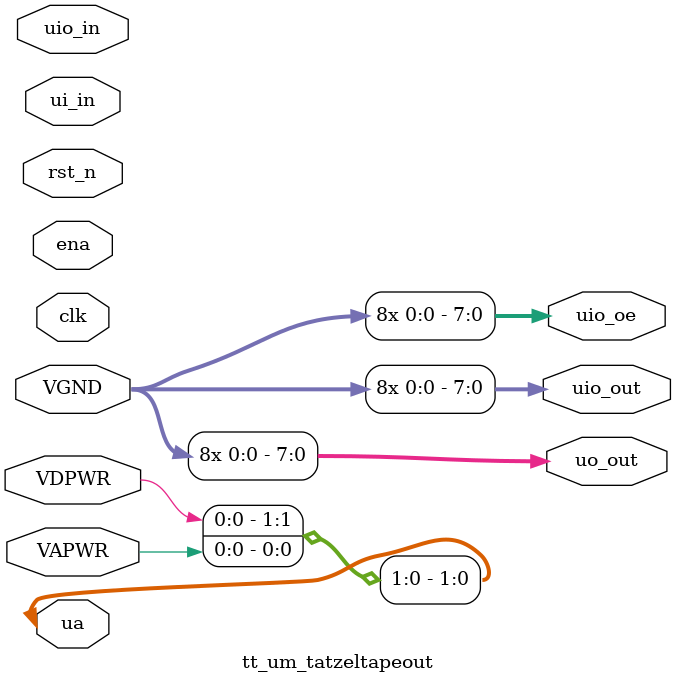
<source format=v>
/*
 * Copyright (c) 2024 Your Name
 * SPDX-License-Identifier: Apache-2.0
 */

`default_nettype none

module tt_um_tatzeltapeout (
    input  wire       VGND,
    input  wire       VDPWR,    // 1.8v power supply
    input  wire       VAPWR,    // 3.3v power supply
    input  wire [7:0] ui_in,    // Dedicated inputs
    output wire [7:0] uo_out,   // Dedicated outputs
    input  wire [7:0] uio_in,   // IOs: Input path
    output wire [7:0] uio_out,  // IOs: Output path
    output wire [7:0] uio_oe,   // IOs: Enable path (active high: 0=input, 1=output)
    inout  wire [7:0] ua,       // Analog pins, only ua[5:0] can be used
    input  wire       ena,      // always 1 when the design is powered, so you can ignore it
    input  wire       clk,      // clock
    input  wire       rst_n     // reset_n - low to reset
);

  assign uo_out[0] = VGND;
  assign uo_out[1] = VGND;
  assign uo_out[2] = VGND;
  assign uo_out[3] = VGND;
  assign uo_out[4] = VGND;
  assign uo_out[5] = VGND;
  assign uo_out[6] = VGND;
  assign uo_out[7] = VGND;

  assign uio_out[0] = VGND;
  assign uio_out[1] = VGND;
  assign uio_out[2] = VGND;
  assign uio_out[3] = VGND;
  assign uio_out[4] = VGND;
  assign uio_out[5] = VGND;
  assign uio_out[6] = VGND;
  assign uio_out[7] = VGND;

  assign uio_oe[0] = VGND;
  assign uio_oe[1] = VGND;
  assign uio_oe[2] = VGND;
  assign uio_oe[3] = VGND;
  assign uio_oe[4] = VGND;
  assign uio_oe[5] = VGND;
  assign uio_oe[6] = VGND;
  assign uio_oe[7] = VGND;

  assign ua[0] = VAPWR;
  assign ua[1] = VDPWR;

endmodule

</source>
